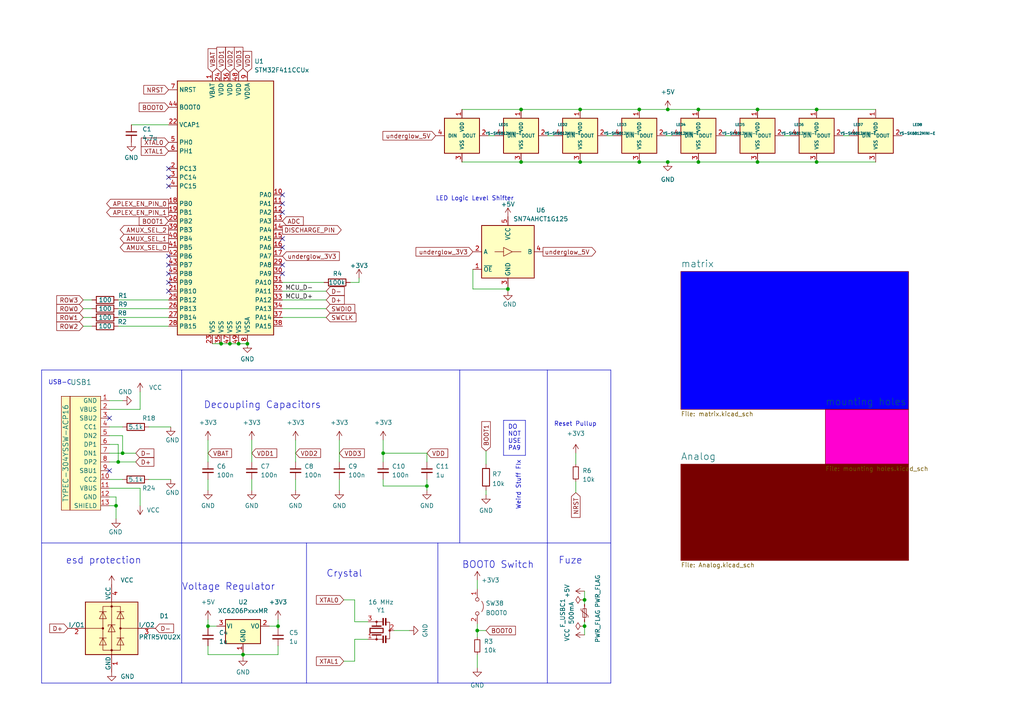
<source format=kicad_sch>
(kicad_sch (version 20230121) (generator eeschema)
  (paper "A4")
  (lib_symbols
    (symbol "Device:C_Small" (pin_numbers hide) (pin_names (offset 0.254) hide)
      (property "Reference" "C" (at 0.254 1.778 0))
      (property "Value" "C_Small" (at 0.254 -2.032 0))
      (symbol "C_Small_0_1"
        (polyline (pts (xy -1.524 -0.508) (xy 1.524 -0.508)) (stroke (width 0.3302)))
        (polyline (pts (xy -1.524 0.508) (xy 1.524 0.508)) (stroke (width 0.3048)))
      )
      (symbol "C_Small_1_1"
        (pin passive line (at 0 2.54 270) (length 2.032) (name "~") (number "1"))
        (pin passive line (at 0 -2.54 90) (length 2.032) (name "~") (number "2"))
      )
    )
    (symbol "Device:Polyfuse_Small" (pin_numbers hide) (pin_names (offset 0))
      (property "Reference" "F" (at -1.905 0 90))
      (property "Value" "Polyfuse_Small" (at 1.905 0 90))
      (symbol "Polyfuse_Small_0_1"
        (rectangle (start -0.508 1.27) (end 0.508 -1.27))
        (polyline (pts (xy 0 2.54) (xy 0 -2.54)))
        (polyline (pts (xy -1.016 1.27) (xy -1.016 0.762) (xy 1.016 -0.762) (xy 1.016 -1.27)))
      )
      (symbol "Polyfuse_Small_1_1"
        (pin passive line (at 0 2.54 270) (length 0.635) (name "~") (number "1"))
        (pin passive line (at 0 -2.54 90) (length 0.635) (name "~") (number "2"))
      )
    )
    (symbol "Device:R" (pin_numbers hide) (pin_names (offset 0))
      (property "Reference" "R" (at 2.032 0 90))
      (property "Value" "R" (at 0 0 90))
      (symbol "R_0_1"
        (rectangle (start -1.016 -2.54) (end 1.016 2.54) (stroke (width 0.254)))
      )
      (symbol "R_1_1"
        (pin passive line (at 0 3.81 270) (length 1.27) (name "~") (number "1"))
        (pin passive line (at 0 -3.81 90) (length 1.27) (name "~") (number "2"))
      )
    )
    (symbol "Device:R_Small" (pin_numbers hide) (pin_names (offset 0.254) hide)
      (property "Reference" "R" (at 0.762 0.508 0))
      (property "Value" "R_Small" (at 0.762 -1.016 0))
      (symbol "R_Small_0_1"
        (rectangle (start -0.762 1.778) (end 0.762 -1.778) (stroke (width 0.2032)))
      )
      (symbol "R_Small_1_1"
        (pin passive line (at 0 2.54 270) (length 0.762) (name "~") (number "1"))
        (pin passive line (at 0 -2.54 90) (length 0.762) (name "~") (number "2"))
      )
    )
    (symbol "Device:Resonator_Small" (pin_names (offset 1.016) hide)
      (property "Reference" "Y" (at 3.175 1.905 0))
      (property "Value" "Resonator_Small" (at 3.175 0 0))
      (symbol "Resonator_Small_0_1"
        (rectangle (start -3.556 -2.54) (end -1.524 -2.794) (fill (type outline)))
        (rectangle (start -3.556 -1.778) (end -1.524 -2.032) (fill (type outline)))
        (circle (center -2.54 0) (radius 0.254) (fill (type outline)))
        (rectangle (start -0.635 1.905) (end 0.635 -1.905) (stroke (width 0.3048)))
        (circle (center 0 -3.81) (radius 0.254) (fill (type outline)))
        (polyline (pts (xy -2.54 -1.778) (xy -2.54 0)))
        (polyline (pts (xy -2.54 0) (xy -1.397 0)))
        (polyline (pts (xy -2.54 1.27) (xy -2.54 0)))
        (polyline (pts (xy -1.27 -1.27) (xy -1.27 1.27)) (stroke (width 0.381)))
        (polyline (pts (xy 1.27 -1.27) (xy 1.27 1.27)) (stroke (width 0.381)))
        (polyline (pts (xy 1.27 0) (xy 2.54 0)))
        (polyline (pts (xy 2.54 0) (xy 2.54 -1.778)))
        (polyline (pts (xy 2.54 1.27) (xy 2.54 0)))
        (polyline (pts (xy 2.413 -2.794) (xy 2.413 -3.81) (xy -2.413 -3.81) (xy -2.413 -2.667)))
        (rectangle (start 1.524 -2.54) (end 3.556 -2.794) (fill (type outline)))
        (rectangle (start 1.524 -1.778) (end 3.556 -2.032) (fill (type outline)))
        (circle (center 2.54 0) (radius 0.254) (fill (type outline)))
      )
      (symbol "Resonator_Small_1_1"
        (pin passive line (at -2.54 2.54 270) (length 1.27) (name "1") (number "1"))
        (pin passive line (at 0 -5.08 90) (length 1.27) (name "2") (number "2"))
        (pin passive line (at 2.54 2.54 270) (length 1.27) (name "3") (number "3"))
      )
    )
    (symbol "GND_1" (power) (pin_names (offset 0))
      (property "Value" "GND_1" (at 0 -3.81 0))
      (symbol "GND_1_0_1"
        (polyline (pts (xy 0 0) (xy 0 -1.27) (xy 1.27 -1.27) (xy 0 -2.54) (xy -1.27 -1.27) (xy 0 -1.27)))
      )
      (symbol "GND_1_1_1"
        (pin power_in line (at 0 0 270) (length 0) hide (name "GND") (number "1"))
      )
    )
    (symbol "Jumper:Jumper_2_Open" (pin_names (offset 0) hide)
      (property "Reference" "JP" (at 0 2.794 0))
      (property "Value" "Jumper_2_Open" (at 0 -2.286 0))
      (symbol "Jumper_2_Open_0_0"
        (circle (center -2.032 0) (radius 0.508))
        (circle (center 2.032 0) (radius 0.508))
      )
      (symbol "Jumper_2_Open_0_1"
        (arc (start 1.524 1.27) (mid 0 1.778) (end -1.524 1.27))
      )
      (symbol "Jumper_2_Open_1_1"
        (pin passive line (at -5.08 0 0) (length 2.54) (name "A") (number "1"))
        (pin passive line (at 5.08 0 180) (length 2.54) (name "B") (number "2"))
      )
    )
    (symbol "MCU_ST_STM32F4:STM32F411CCUx"
      (property "Reference" "U" (at -15.24 36.83 0))
      (property "Value" "STM32F411CCUx" (at 7.62 36.83 0))
      (symbol "STM32F411CCUx_0_1"
        (rectangle (start -15.24 -38.1) (end 12.7 35.56) (stroke (width 0.254)) (fill (type background)))
      )
      (symbol "STM32F411CCUx_1_1"
        (pin power_in line (at -5.08 38.1 270) (length 2.54) (name "VBAT") (number "1"))
        (pin bidirectional line (at 15.24 2.54 180) (length 2.54) (name "PA0") (number "10"))
        (pin bidirectional line (at 15.24 0 180) (length 2.54) (name "PA1") (number "11"))
        (pin bidirectional line (at 15.24 -2.54 180) (length 2.54) (name "PA2") (number "12"))
        (pin bidirectional line (at 15.24 -5.08 180) (length 2.54) (name "PA3") (number "13"))
        (pin bidirectional line (at 15.24 -7.62 180) (length 2.54) (name "PA4") (number "14"))
        (pin bidirectional line (at 15.24 -10.16 180) (length 2.54) (name "PA5") (number "15"))
        (pin bidirectional line (at 15.24 -12.7 180) (length 2.54) (name "PA6") (number "16"))
        (pin bidirectional line (at 15.24 -15.24 180) (length 2.54) (name "PA7") (number "17"))
        (pin bidirectional line (at -17.78 0 0) (length 2.54) (name "PB0") (number "18"))
        (pin bidirectional line (at -17.78 -2.54 0) (length 2.54) (name "PB1") (number "19"))
        (pin bidirectional line (at -17.78 10.16 0) (length 2.54) (name "PC13") (number "2"))
        (pin bidirectional line (at -17.78 -5.08 0) (length 2.54) (name "PB2") (number "20"))
        (pin bidirectional line (at -17.78 -25.4 0) (length 2.54) (name "PB10") (number "21"))
        (pin power_in line (at -17.78 22.86 0) (length 2.54) (name "VCAP1") (number "22"))
        (pin power_in line (at -5.08 -40.64 90) (length 2.54) (name "VSS") (number "23"))
        (pin power_in line (at -2.54 38.1 270) (length 2.54) (name "VDD") (number "24"))
        (pin bidirectional line (at -17.78 -27.94 0) (length 2.54) (name "PB12") (number "25"))
        (pin bidirectional line (at -17.78 -30.48 0) (length 2.54) (name "PB13") (number "26"))
        (pin bidirectional line (at -17.78 -33.02 0) (length 2.54) (name "PB14") (number "27"))
        (pin bidirectional line (at -17.78 -35.56 0) (length 2.54) (name "PB15") (number "28"))
        (pin bidirectional line (at 15.24 -17.78 180) (length 2.54) (name "PA8") (number "29"))
        (pin bidirectional line (at -17.78 7.62 0) (length 2.54) (name "PC14") (number "3"))
        (pin bidirectional line (at 15.24 -20.32 180) (length 2.54) (name "PA9") (number "30"))
        (pin bidirectional line (at 15.24 -22.86 180) (length 2.54) (name "PA10") (number "31"))
        (pin bidirectional line (at 15.24 -25.4 180) (length 2.54) (name "PA11") (number "32"))
        (pin bidirectional line (at 15.24 -27.94 180) (length 2.54) (name "PA12") (number "33"))
        (pin bidirectional line (at 15.24 -30.48 180) (length 2.54) (name "PA13") (number "34"))
        (pin power_in line (at -2.54 -40.64 90) (length 2.54) (name "VSS") (number "35"))
        (pin power_in line (at 0 38.1 270) (length 2.54) (name "VDD") (number "36"))
        (pin bidirectional line (at 15.24 -33.02 180) (length 2.54) (name "PA14") (number "37"))
        (pin bidirectional line (at 15.24 -35.56 180) (length 2.54) (name "PA15") (number "38"))
        (pin bidirectional line (at -17.78 -7.62 0) (length 2.54) (name "PB3") (number "39"))
        (pin bidirectional line (at -17.78 5.08 0) (length 2.54) (name "PC15") (number "4"))
        (pin bidirectional line (at -17.78 -10.16 0) (length 2.54) (name "PB4") (number "40"))
        (pin bidirectional line (at -17.78 -12.7 0) (length 2.54) (name "PB5") (number "41"))
        (pin bidirectional line (at -17.78 -15.24 0) (length 2.54) (name "PB6") (number "42"))
        (pin bidirectional line (at -17.78 -17.78 0) (length 2.54) (name "PB7") (number "43"))
        (pin input line (at -17.78 27.94 0) (length 2.54) (name "BOOT0") (number "44"))
        (pin bidirectional line (at -17.78 -20.32 0) (length 2.54) (name "PB8") (number "45"))
        (pin bidirectional line (at -17.78 -22.86 0) (length 2.54) (name "PB9") (number "46"))
        (pin power_in line (at 0 -40.64 90) (length 2.54) (name "VSS") (number "47"))
        (pin power_in line (at 2.54 38.1 270) (length 2.54) (name "VDD") (number "48"))
        (pin power_in line (at 2.54 -40.64 90) (length 2.54) (name "VSS") (number "49"))
        (pin input line (at -17.78 17.78 0) (length 2.54) (name "PH0") (number "5"))
        (pin input line (at -17.78 15.24 0) (length 2.54) (name "PH1") (number "6"))
        (pin input line (at -17.78 33.02 0) (length 2.54) (name "NRST") (number "7"))
        (pin power_in line (at 5.08 -40.64 90) (length 2.54) (name "VSSA") (number "8"))
        (pin power_in line (at 5.08 38.1 270) (length 2.54) (name "VDDA") (number "9"))
      )
    )
    (symbol "Power_Protection:PRTR5V0U2X" (pin_names (offset 0))
      (property "Reference" "D" (at 2.794 8.636 0))
      (property "Value" "PRTR5V0U2X" (at 8.128 -9.398 0))
      (symbol "PRTR5V0U2X_0_1"
        (rectangle (start -7.62 -7.62) (end 7.62 7.62) (stroke (width 0.254)) (fill (type background)))
        (circle (center -2.54 0) (radius 0.254) (fill (type outline)))
        (rectangle (start -2.54 6.35) (end 2.54 -6.35))
        (circle (center 0 -6.35) (radius 0.254) (fill (type outline)))
        (polyline (pts (xy -2.54 0) (xy -7.62 0)))
        (polyline (pts (xy -1.524 -2.794) (xy -3.556 -2.794)))
        (polyline (pts (xy -1.524 4.826) (xy -3.556 4.826)))
        (polyline (pts (xy 0 -7.62) (xy 0 7.62)))
        (polyline (pts (xy 1.524 -2.794) (xy 3.556 -2.794)))
        (polyline (pts (xy 1.524 4.826) (xy 3.556 4.826)))
        (polyline (pts (xy 2.54 0) (xy 7.62 0)))
        (polyline (pts (xy 1.016 1.016) (xy -1.016 1.016) (xy -1.016 0.508)))
        (polyline (pts (xy -3.556 -4.826) (xy -1.524 -4.826) (xy -2.54 -2.794) (xy -3.556 -4.826)))
        (polyline (pts (xy -3.556 2.794) (xy -1.524 2.794) (xy -2.54 4.826) (xy -3.556 2.794)))
        (polyline (pts (xy -1.016 -1.016) (xy 1.016 -1.016) (xy 0 1.016) (xy -1.016 -1.016)))
        (polyline (pts (xy 3.556 -4.826) (xy 1.524 -4.826) (xy 2.54 -2.794) (xy 3.556 -4.826)))
        (polyline (pts (xy 3.556 2.794) (xy 1.524 2.794) (xy 2.54 4.826) (xy 3.556 2.794)))
        (circle (center 0 6.35) (radius 0.254) (fill (type outline)))
        (circle (center 2.54 0) (radius 0.254) (fill (type outline)))
      )
      (symbol "PRTR5V0U2X_1_1"
        (pin passive line (at 0 -12.7 90) (length 5.08) (name "GND") (number "1"))
        (pin passive line (at -12.7 0 0) (length 5.08) (name "I/O1") (number "2"))
        (pin passive line (at 12.7 0 180) (length 5.08) (name "I/O2") (number "3"))
        (pin passive line (at 0 12.7 270) (length 5.08) (name "VCC") (number "4"))
      )
    )
    (symbol "Regulator_Linear:XC6206PxxxMR" (pin_names (offset 0.254))
      (property "Reference" "U" (at -3.81 3.175 0))
      (property "Value" "XC6206PxxxMR" (at 0 3.175 0))
      (symbol "XC6206PxxxMR_0_1"
        (rectangle (start -5.08 1.905) (end 5.08 -5.08) (stroke (width 0.254)) (fill (type background)))
      )
      (symbol "XC6206PxxxMR_1_1"
        (pin power_in line (at 0 -7.62 90) (length 2.54) (name "GND") (number "1"))
        (pin power_out line (at 7.62 0 180) (length 2.54) (name "VO") (number "2"))
        (pin power_in line (at -7.62 0 0) (length 2.54) (name "VI") (number "3"))
      )
    )
    (symbol "cipulot_parts:SN74AHCT1G125"
      (property "Reference" "U" (at -6.35 11.43 0))
      (property "Value" "SN74AHCT1G125" (at 3.81 11.43 0))
      (symbol "SN74AHCT1G125_0_1"
        (rectangle (start -7.62 10.16) (end 7.62 -5.08) (stroke (width 0.254)) (fill (type background)))
        (polyline (pts (xy -3.81 2.54) (xy -1.27 2.54)))
        (polyline (pts (xy 3.81 2.54) (xy 1.27 2.54)))
        (polyline (pts (xy -1.27 1.27) (xy -1.27 3.81) (xy 1.27 2.54) (xy -1.27 1.27)))
      )
      (symbol "SN74AHCT1G125_1_1"
        (pin input line (at -10.16 -2.54 0) (length 2.54) (name "~{OE}") (number "1"))
        (pin input line (at -10.16 2.54 0) (length 2.54) (name "A") (number "2"))
        (pin power_in line (at 0 -7.62 90) (length 2.54) (name "GND") (number "3"))
        (pin output line (at 10.16 2.54 180) (length 2.54) (name "B") (number "4"))
        (pin power_in line (at 0 12.7 270) (length 2.54) (name "VCC") (number "5"))
      )
    )
    (symbol "cipulot_parts:TYPEC-304YSSW-ACP16" (pin_names (offset 1.016))
      (property "Reference" "USB" (at -5.08 16.51 0))
      (property "Value" "TYPEC-304YSSW-ACP16" (at -10.16 -1.27 90))
      (symbol "TYPEC-304YSSW-ACP16_0_1"
        (rectangle (start -11.43 15.24) (end -8.89 -17.78) (fill (type background)))
        (rectangle (start 0 -17.78) (end -8.89 15.24) (fill (type background)))
      )
      (symbol "TYPEC-304YSSW-ACP16_1_1"
        (pin input line (at 2.54 13.97 180) (length 2.54) (name "GND") (number "1"))
        (pin input line (at 2.54 -8.89 180) (length 2.54) (name "CC2") (number "10"))
        (pin input line (at 2.54 -11.43 180) (length 2.54) (name "VBUS") (number "11"))
        (pin input line (at 2.54 -13.97 180) (length 2.54) (name "GND") (number "12"))
        (pin input line (at 2.54 -16.51 180) (length 2.54) (name "SHIELD") (number "13"))
        (pin input line (at 2.54 11.43 180) (length 2.54) (name "VBUS") (number "2"))
        (pin input line (at 2.54 8.89 180) (length 2.54) (name "SBU2") (number "3"))
        (pin input line (at 2.54 6.35 180) (length 2.54) (name "CC1") (number "4"))
        (pin input line (at 2.54 3.81 180) (length 2.54) (name "DN2") (number "5"))
        (pin input line (at 2.54 1.27 180) (length 2.54) (name "DP1") (number "6"))
        (pin input line (at 2.54 -1.27 180) (length 2.54) (name "DN1") (number "7"))
        (pin input line (at 2.54 -3.81 180) (length 2.54) (name "DP2") (number "8"))
        (pin input line (at 2.54 -6.35 180) (length 2.54) (name "SBU1") (number "9"))
      )
    )
    (symbol "kbd:YS-SK6812MINI-E" (pin_names (offset 1.016))
      (property "Reference" "LED" (at 2.54 -7.62 0))
      (property "Value" "YS-SK6812MINI-E" (at 6.35 -6.35 0))
      (symbol "YS-SK6812MINI-E_0_1"
        (rectangle (start -5.08 5.08) (end 5.08 -5.08) (stroke (width 0.254)) (fill (type background)))
      )
      (symbol "YS-SK6812MINI-E_1_1"
        (pin power_in line (at 0 7.62 270) (length 2.54) (name "VDD") (number "1"))
        (pin output line (at 7.62 0 180) (length 2.54) (name "DOUT") (number "2"))
        (pin power_in line (at 0 -7.62 90) (length 2.54) (name "VSS") (number "3"))
        (pin input line (at -7.62 0 0) (length 2.54) (name "DIN") (number "4"))
      )
    )
    (symbol "power:+3.3V" (power) (pin_names (offset 0))
      (property "Value" "+3.3V" (at 0 3.556 0))
      (symbol "+3.3V_0_1"
        (polyline (pts (xy -0.762 1.27) (xy 0 2.54)))
        (polyline (pts (xy 0 0) (xy 0 2.54)))
        (polyline (pts (xy 0 2.54) (xy 0.762 1.27)))
      )
      (symbol "+3.3V_1_1"
        (pin power_in line (at 0 0 90) (length 0) hide (name "+3V3") (number "1"))
      )
    )
    (symbol "power:+3V3" (power) (pin_names (offset 0))
      (property "Value" "+3V3" (at 0 3.556 0))
      (symbol "+3V3_0_1"
        (polyline (pts (xy -0.762 1.27) (xy 0 2.54)))
        (polyline (pts (xy 0 0) (xy 0 2.54)))
        (polyline (pts (xy 0 2.54) (xy 0.762 1.27)))
      )
      (symbol "+3V3_1_1"
        (pin power_in line (at 0 0 90) (length 0) hide (name "+3V3") (number "1"))
      )
    )
    (symbol "power:+5V" (power) (pin_names (offset 0))
      (property "Value" "+5V" (at 0 3.556 0))
      (symbol "+5V_0_1"
        (polyline (pts (xy -0.762 1.27) (xy 0 2.54)))
        (polyline (pts (xy 0 0) (xy 0 2.54)))
        (polyline (pts (xy 0 2.54) (xy 0.762 1.27)))
      )
      (symbol "+5V_1_1"
        (pin power_in line (at 0 0 90) (length 0) hide (name "+5V") (number "1"))
      )
    )
    (symbol "power:GND" (power) (pin_names (offset 0))
      (property "Value" "GND" (at 0 -3.81 0))
      (symbol "GND_0_1"
        (polyline (pts (xy 0 0) (xy 0 -1.27) (xy 1.27 -1.27) (xy 0 -2.54) (xy -1.27 -1.27) (xy 0 -1.27)))
      )
      (symbol "GND_1_1"
        (pin power_in line (at 0 0 270) (length 0) hide (name "GND") (number "1"))
      )
    )
    (symbol "power:PWR_FLAG" (power) (pin_numbers hide) (pin_names (offset 0) hide)
      (property "Value" "PWR_FLAG" (at 0 3.81 0))
      (symbol "PWR_FLAG_0_0"
        (pin power_out line (at 0 0 90) (length 0) (name "pwr") (number "1"))
      )
      (symbol "PWR_FLAG_0_1"
        (polyline (pts (xy 0 0) (xy 0 1.27) (xy -1.016 1.905) (xy 0 2.54) (xy 1.016 1.905) (xy 0 1.27)))
      )
    )
    (symbol "power:VCC" (power) (pin_names (offset 0))
      (property "Value" "VCC" (at 0 3.81 0))
      (symbol "VCC_0_1"
        (polyline (pts (xy -0.762 1.27) (xy 0 2.54)))
        (polyline (pts (xy 0 0) (xy 0 2.54)))
        (polyline (pts (xy 0 2.54) (xy 0.762 1.27)))
      )
      (symbol "VCC_1_1"
        (pin power_in line (at 0 0 90) (length 0) hide (name "VCC") (number "1"))
      )
    )
  )
  (junction (at 219.71 46.99))
  (junction (at 169.545 173.99))
  (junction (at 147.32 83.82))
  (junction (at 66.675 99.695))
  (junction (at 111.125 131.445))
  (junction (at 69.215 99.695))
  (junction (at 202.565 31.75))
  (junction (at 168.275 46.99))
  (junction (at 34.29 133.985))
  (junction (at 219.71 31.75))
  (junction (at 60.325 181.61))
  (junction (at 185.42 46.99))
  (junction (at 193.675 31.75))
  (junction (at 169.545 181.61))
  (junction (at 168.275 31.75))
  (junction (at 33.655 146.685))
  (junction (at 64.135 99.695))
  (junction (at 138.43 182.88))
  (junction (at 236.855 46.99))
  (junction (at 193.675 46.99))
  (junction (at 35.56 131.445))
  (junction (at 70.485 189.865))
  (junction (at 151.13 46.99))
  (junction (at 71.755 99.695))
  (junction (at 80.645 181.61))
  (junction (at 123.825 140.97))
  (junction (at 202.565 46.99))
  (junction (at 185.42 31.75))
  (junction (at 236.855 31.75))
  (junction (at 151.13 31.75))
  (no_connect (at 81.915 56.515))
  (no_connect (at 81.915 59.055))
  (no_connect (at 48.895 74.295))
  (no_connect (at 48.895 48.895))
  (no_connect (at 48.895 51.435))
  (no_connect (at 48.895 53.975))
  (no_connect (at 81.915 76.835))
  (no_connect (at 48.895 79.375))
  (no_connect (at 81.915 79.375))
  (no_connect (at 48.895 81.915))
  (no_connect (at 81.915 69.215))
  (no_connect (at 81.915 61.595))
  (no_connect (at 31.75 136.525))
  (no_connect (at 81.915 71.755))
  (no_connect (at 48.895 84.455))
  (no_connect (at 48.895 76.835))
  (no_connect (at 31.75 121.285))
  (wire (pts (xy 70.485 189.23) (xy 70.485 189.865)))
  (polyline (pts (xy 146.05 132.08) (xy 152.4 132.08)))
  (wire (pts (xy 102.87 191.77) (xy 102.87 185.42)))
  (wire (pts (xy 202.565 46.99) (xy 219.71 46.99)))
  (wire (pts (xy 168.275 46.99) (xy 185.42 46.99)))
  (wire (pts (xy 70.485 189.865) (xy 70.485 190.5)))
  (wire (pts (xy 31.75 128.905) (xy 34.29 128.905)))
  (wire (pts (xy 24.13 89.535) (xy 26.67 89.535)))
  (wire (pts (xy 33.655 144.145) (xy 33.655 146.685)))
  (wire (pts (xy 102.87 185.42) (xy 106.68 185.42)))
  (wire (pts (xy 167.005 131.445) (xy 167.005 134.62)))
  (wire (pts (xy 34.29 86.995) (xy 48.895 86.995)))
  (wire (pts (xy 123.825 140.97) (xy 123.825 142.24)))
  (wire (pts (xy 133.985 46.99) (xy 151.13 46.99)))
  (wire (pts (xy 81.915 89.535) (xy 94.615 89.535)))
  (polyline (pts (xy 177.165 198.12) (xy 12.065 198.12)))
  (polyline (pts (xy 133.35 107.315) (xy 133.35 157.48)))
  (wire (pts (xy 34.29 128.905) (xy 34.29 133.985)))
  (wire (pts (xy 133.985 31.75) (xy 151.13 31.75)))
  (wire (pts (xy 169.545 181.61) (xy 169.545 180.34)))
  (polyline (pts (xy 12.065 157.48) (xy 177.165 157.48)))
  (wire (pts (xy 137.16 83.82) (xy 147.32 83.82)))
  (wire (pts (xy 81.915 92.075) (xy 94.615 92.075)))
  (wire (pts (xy 40.64 118.745) (xy 40.64 113.665)))
  (wire (pts (xy 81.915 84.455) (xy 94.615 84.455)))
  (wire (pts (xy 236.855 46.99) (xy 254 46.99)))
  (wire (pts (xy 31.75 141.605) (xy 40.64 141.605)))
  (wire (pts (xy 60.325 182.245) (xy 60.325 181.61)))
  (wire (pts (xy 111.125 140.97) (xy 123.825 140.97)))
  (wire (pts (xy 40.64 141.605) (xy 40.64 146.685)))
  (wire (pts (xy 185.42 31.75) (xy 193.675 31.75)))
  (polyline (pts (xy 12.065 107.315) (xy 12.065 198.12)))
  (wire (pts (xy 202.565 31.75) (xy 219.71 31.75)))
  (wire (pts (xy 78.105 181.61) (xy 80.645 181.61)))
  (wire (pts (xy 123.825 131.445) (xy 123.825 133.985)))
  (wire (pts (xy 141.605 39.37) (xy 143.51 39.37)))
  (wire (pts (xy 93.98 81.915) (xy 81.915 81.915)))
  (wire (pts (xy 104.14 81.915) (xy 104.14 80.645)))
  (wire (pts (xy 69.215 99.695) (xy 71.755 99.695)))
  (wire (pts (xy 70.485 189.865) (xy 80.645 189.865)))
  (wire (pts (xy 34.29 94.615) (xy 48.895 94.615)))
  (wire (pts (xy 193.675 31.75) (xy 202.565 31.75)))
  (wire (pts (xy 60.325 139.065) (xy 60.325 142.24)))
  (wire (pts (xy 175.895 39.37) (xy 177.8 39.37)))
  (wire (pts (xy 31.75 123.825) (xy 35.56 123.825)))
  (wire (pts (xy 111.125 131.445) (xy 111.125 133.985)))
  (wire (pts (xy 34.29 89.535) (xy 48.895 89.535)))
  (wire (pts (xy 80.645 189.865) (xy 80.645 187.325)))
  (wire (pts (xy 85.725 127.635) (xy 85.725 133.985)))
  (wire (pts (xy 106.68 180.34) (xy 102.87 180.34)))
  (wire (pts (xy 73.025 127.635) (xy 73.025 133.985)))
  (wire (pts (xy 35.56 131.445) (xy 39.37 131.445)))
  (wire (pts (xy 140.97 130.81) (xy 140.97 134.62)))
  (polyline (pts (xy 52.705 107.315) (xy 52.705 198.12)))
  (wire (pts (xy 60.325 127.635) (xy 60.325 133.985)))
  (wire (pts (xy 31.75 131.445) (xy 35.56 131.445)))
  (wire (pts (xy 185.42 46.99) (xy 193.675 46.99)))
  (wire (pts (xy 219.71 46.99) (xy 236.855 46.99)))
  (wire (pts (xy 138.43 189.865) (xy 138.43 193.675)))
  (wire (pts (xy 43.18 123.825) (xy 49.53 123.825)))
  (wire (pts (xy 151.13 31.75) (xy 168.275 31.75)))
  (wire (pts (xy 98.425 139.065) (xy 98.425 142.24)))
  (wire (pts (xy 158.75 39.37) (xy 160.655 39.37)))
  (wire (pts (xy 99.695 173.99) (xy 102.87 173.99)))
  (wire (pts (xy 227.33 39.37) (xy 229.235 39.37)))
  (wire (pts (xy 33.655 146.685) (xy 33.655 150.495)))
  (wire (pts (xy 31.75 118.745) (xy 40.64 118.745)))
  (wire (pts (xy 111.125 127.635) (xy 111.125 131.445)))
  (wire (pts (xy 80.645 181.61) (xy 80.645 179.705)))
  (wire (pts (xy 193.675 46.99) (xy 202.565 46.99)))
  (wire (pts (xy 61.595 99.695) (xy 64.135 99.695)))
  (wire (pts (xy 99.695 191.77) (xy 102.87 191.77)))
  (wire (pts (xy 111.125 131.445) (xy 123.825 131.445)))
  (wire (pts (xy 138.43 180.975) (xy 138.43 182.88)))
  (wire (pts (xy 147.32 83.82) (xy 147.32 83.185)))
  (wire (pts (xy 169.545 175.26) (xy 169.545 173.99)))
  (wire (pts (xy 24.13 86.995) (xy 26.67 86.995)))
  (wire (pts (xy 151.13 46.99) (xy 168.275 46.99)))
  (polyline (pts (xy 158.75 157.48) (xy 158.75 198.12)))
  (wire (pts (xy 123.825 139.065) (xy 123.825 140.97)))
  (wire (pts (xy 64.135 99.695) (xy 66.675 99.695)))
  (wire (pts (xy 111.125 139.065) (xy 111.125 140.97)))
  (wire (pts (xy 31.75 126.365) (xy 35.56 126.365)))
  (wire (pts (xy 81.915 86.995) (xy 94.615 86.995)))
  (wire (pts (xy 31.75 116.205) (xy 35.56 116.205)))
  (wire (pts (xy 73.025 139.065) (xy 73.025 142.24)))
  (wire (pts (xy 31.75 139.065) (xy 35.56 139.065)))
  (wire (pts (xy 102.87 180.34) (xy 102.87 173.99)))
  (wire (pts (xy 244.475 39.37) (xy 246.38 39.37)))
  (wire (pts (xy 60.325 189.865) (xy 60.325 187.325)))
  (wire (pts (xy 147.32 84.455) (xy 147.32 83.82)))
  (wire (pts (xy 66.675 99.695) (xy 69.215 99.695)))
  (wire (pts (xy 24.13 92.075) (xy 26.67 92.075)))
  (wire (pts (xy 137.16 78.105) (xy 137.16 83.82)))
  (wire (pts (xy 138.43 182.88) (xy 138.43 184.785)))
  (polyline (pts (xy 152.4 132.08) (xy 152.4 121.92)))
  (wire (pts (xy 193.04 39.37) (xy 194.945 39.37)))
  (wire (pts (xy 98.425 127.635) (xy 98.425 133.985)))
  (wire (pts (xy 138.43 182.88) (xy 140.97 182.88)))
  (wire (pts (xy 101.6 81.915) (xy 104.14 81.915)))
  (wire (pts (xy 140.97 142.24) (xy 140.97 143.51)))
  (polyline (pts (xy 12.065 107.315) (xy 177.165 107.315)))
  (wire (pts (xy 31.75 144.145) (xy 33.655 144.145)))
  (wire (pts (xy 80.645 181.61) (xy 80.645 182.245)))
  (wire (pts (xy 219.71 31.75) (xy 236.855 31.75)))
  (wire (pts (xy 169.545 173.99) (xy 169.545 171.45)))
  (wire (pts (xy 38.1 36.195) (xy 48.895 36.195)))
  (polyline (pts (xy 146.05 121.92) (xy 146.05 132.08)))
  (wire (pts (xy 48.895 92.075) (xy 34.29 92.075)))
  (wire (pts (xy 70.485 189.865) (xy 60.325 189.865)))
  (wire (pts (xy 24.13 94.615) (xy 26.67 94.615)))
  (polyline (pts (xy 158.75 107.315) (xy 158.75 157.48)))
  (wire (pts (xy 60.325 181.61) (xy 62.865 181.61)))
  (wire (pts (xy 168.275 31.75) (xy 185.42 31.75)))
  (polyline (pts (xy 146.05 121.92) (xy 152.4 121.92)))
  (polyline (pts (xy 88.9 157.48) (xy 88.9 198.12)))
  (wire (pts (xy 33.655 146.685) (xy 31.75 146.685)))
  (wire (pts (xy 34.29 133.985) (xy 39.37 133.985)))
  (wire (pts (xy 210.185 39.37) (xy 212.09 39.37)))
  (wire (pts (xy 236.855 31.75) (xy 254 31.75)))
  (wire (pts (xy 169.545 184.15) (xy 169.545 181.61)))
  (wire (pts (xy 138.43 168.275) (xy 138.43 170.815)))
  (wire (pts (xy 43.18 139.065) (xy 49.53 139.065)))
  (wire (pts (xy 60.325 181.61) (xy 60.325 179.705)))
  (wire (pts (xy 167.005 139.7) (xy 167.005 142.875)))
  (wire (pts (xy 35.56 126.365) (xy 35.56 131.445)))
  (polyline (pts (xy 127 157.48) (xy 127 198.12)))
  (wire (pts (xy 85.725 139.065) (xy 85.725 142.24)))
  (wire (pts (xy 114.3 182.88) (xy 118.745 182.88)))
  (polyline (pts (xy 177.165 107.315) (xy 177.165 198.12)))
  (wire (pts (xy 31.75 133.985) (xy 34.29 133.985)))
  (text "Weird Stuff FIx" (at 151.13 147.955 90) (effects (font (size 1.27 1.27)) (justify left bottom)))
  (text "BOOT0 Switch" (at 133.985 165.1 0) (effects (font (size 2 2)) (justify left bottom)))
  (text "USB-C" (at 13.97 111.76 0) (effects (font (size 1.27 1.27)) (justify left bottom)))
  (text "Voltage Regulator" (at 52.705 171.45 0) (effects (font (size 2 2)) (justify left bottom)))
  (text "Reset Pullup" (at 160.655 123.825 0) (effects (font (size 1.27 1.27)) (justify left bottom)))
  (text "LED Logic Level Shifter" (at 126.365 58.42 0) (effects (font (size 1.27 1.27)) (justify left bottom)))
  (text "esd protection\n" (at 19.05 163.83 0) (effects (font (size 2 2)) (justify left bottom)))
  (text "DO\nNOT\nUSE\nPA9\n" (at 147.32 130.81 0) (effects (font (size 1.27 1.27)) (justify left bottom)))
  (text "Fuze\n" (at 161.925 163.83 0) (effects (font (size 2 2)) (justify left bottom)))
  (text "Crystal" (at 94.615 167.64 0) (effects (font (size 2 2)) (justify left bottom)))
  (text "Decoupling Capacitors" (at 59.055 118.745 0) (effects (font (size 2 2)) (justify left bottom)))
  (label "MCU_D-" (at 90.805 84.455 180))
  (label "MCU_D+" (at 90.805 86.995 180))
  (global_label "XTAL1" (shape input) (at 99.695 191.77 180) (property "Intersheetrefs" "${INTERSHEET_REFS}" (effects hide)))
  (global_label "VDD" (shape input) (at 123.825 131.445 0) (property "Intersheetrefs" "${INTERSHEET_REFS}" (effects hide)))
  (global_label "VDD2" (shape input) (at 66.675 20.955 90) (property "Intersheetrefs" "${INTERSHEET_REFS}" (effects hide)))
  (global_label "ROW0" (shape input) (at 24.13 89.535 180) (property "Intersheetrefs" "${INTERSHEET_REFS}" (effects hide)))
  (global_label "DISCHARGE_PIN" (shape output) (at 81.915 66.675 0) (property "Intersheetrefs" "${INTERSHEET_REFS}" (effects hide)))
  (global_label "VBAT" (shape input) (at 61.595 20.955 90) (property "Intersheetrefs" "${INTERSHEET_REFS}" (effects hide)))
  (global_label "BOOT1" (shape input) (at 48.895 64.135 180) (property "Intersheetrefs" "${INTERSHEET_REFS}" (effects hide)))
  (global_label "underglow_3V3" (shape input) (at 137.16 73.025 180) (property "Intersheetrefs" "${INTERSHEET_REFS}" (effects hide)))
  (global_label "ROW2" (shape input) (at 24.13 94.615 180) (property "Intersheetrefs" "${INTERSHEET_REFS}" (effects hide)))
  (global_label "NRST" (shape input) (at 48.895 26.035 180) (property "Intersheetrefs" "${INTERSHEET_REFS}" (effects hide)))
  (global_label "SWDIO" (shape input) (at 94.615 89.535 0) (property "Intersheetrefs" "${INTERSHEET_REFS}" (effects hide)))
  (global_label "ROW1" (shape input) (at 24.13 92.075 180) (property "Intersheetrefs" "${INTERSHEET_REFS}" (effects hide)))
  (global_label "D+" (shape input) (at 19.685 182.245 180) (property "Intersheetrefs" "${INTERSHEET_REFS}" (effects hide)))
  (global_label "NRST" (shape input) (at 167.005 142.875 270) (property "Intersheetrefs" "${INTERSHEET_REFS}" (effects hide)))
  (global_label "underglow_5V" (shape input) (at 126.365 39.37 180) (property "Intersheetrefs" "${INTERSHEET_REFS}" (effects hide)))
  (global_label "XTAL0" (shape input) (at 48.895 41.275 180) (property "Intersheetrefs" "${INTERSHEET_REFS}" (effects hide)))
  (global_label "APLEX_EN_PIN_0" (shape output) (at 48.895 59.055 180) (property "Intersheetrefs" "${INTERSHEET_REFS}" (effects hide)))
  (global_label "BOOT1" (shape input) (at 140.97 130.81 90) (property "Intersheetrefs" "${INTERSHEET_REFS}" (effects hide)))
  (global_label "AMUX_SEL_2" (shape output) (at 48.895 66.675 180) (property "Intersheetrefs" "${INTERSHEET_REFS}" (effects hide)))
  (global_label "VBAT" (shape input) (at 60.325 131.445 0) (property "Intersheetrefs" "${INTERSHEET_REFS}" (effects hide)))
  (global_label "D-" (shape input) (at 45.085 182.245 0) (property "Intersheetrefs" "${INTERSHEET_REFS}" (effects hide)))
  (global_label "APLEX_EN_PIN_1" (shape output) (at 48.895 61.595 180) (property "Intersheetrefs" "${INTERSHEET_REFS}" (effects hide)))
  (global_label "ROW3" (shape input) (at 24.13 86.995 180) (property "Intersheetrefs" "${INTERSHEET_REFS}" (effects hide)))
  (global_label "underglow_5V" (shape output) (at 157.48 73.025 0) (property "Intersheetrefs" "${INTERSHEET_REFS}" (effects hide)))
  (global_label "AMUX_SEL_0" (shape output) (at 48.895 71.755 180) (property "Intersheetrefs" "${INTERSHEET_REFS}" (effects hide)))
  (global_label "VDD1" (shape input) (at 73.025 131.445 0) (property "Intersheetrefs" "${INTERSHEET_REFS}" (effects hide)))
  (global_label "ADC" (shape input) (at 81.915 64.135 0) (property "Intersheetrefs" "${INTERSHEET_REFS}" (effects hide)))
  (global_label "XTAL1" (shape input) (at 48.895 43.815 180) (property "Intersheetrefs" "${INTERSHEET_REFS}" (effects hide)))
  (global_label "D+" (shape input) (at 94.615 86.995 0) (property "Intersheetrefs" "${INTERSHEET_REFS}" (effects hide)))
  (global_label "VDD2" (shape input) (at 85.725 131.445 0) (property "Intersheetrefs" "${INTERSHEET_REFS}" (effects hide)))
  (global_label "XTAL0" (shape input) (at 99.695 173.99 180) (property "Intersheetrefs" "${INTERSHEET_REFS}" (effects hide)))
  (global_label "VDD3" (shape input) (at 98.425 131.445 0) (property "Intersheetrefs" "${INTERSHEET_REFS}" (effects hide)))
  (global_label "SWCLK" (shape input) (at 94.615 92.075 0) (property "Intersheetrefs" "${INTERSHEET_REFS}" (effects hide)))
  (global_label "AMUX_SEL_1" (shape output) (at 48.895 69.215 180) (property "Intersheetrefs" "${INTERSHEET_REFS}" (effects hide)))
  (global_label "VDD1" (shape input) (at 64.135 20.955 90) (property "Intersheetrefs" "${INTERSHEET_REFS}" (effects hide)))
  (global_label "VDD3" (shape input) (at 69.215 20.955 90) (property "Intersheetrefs" "${INTERSHEET_REFS}" (effects hide)))
  (global_label "underglow_3V3" (shape input) (at 81.915 74.295 0) (property "Intersheetrefs" "${INTERSHEET_REFS}" (effects hide)))
  (global_label "D-" (shape input) (at 39.37 131.445 0) (property "Intersheetrefs" "${INTERSHEET_REFS}" (effects hide)))
  (global_label "BOOT0" (shape input) (at 48.895 31.115 180) (property "Intersheetrefs" "${INTERSHEET_REFS}" (effects hide)))
  (global_label "D-" (shape input) (at 94.615 84.455 0) (property "Intersheetrefs" "${INTERSHEET_REFS}" (effects hide)))
  (global_label "D+" (shape input) (at 39.37 133.985 0) (property "Intersheetrefs" "${INTERSHEET_REFS}" (effects hide)))
  (global_label "VDD" (shape input) (at 71.755 20.955 90) (property "Intersheetrefs" "${INTERSHEET_REFS}" (effects hide)))
  (global_label "BOOT0" (shape input) (at 140.97 182.88 0) (property "Intersheetrefs" "${INTERSHEET_REFS}" (effects hide)))
  (symbol (lib_id "power:GND") (at 118.745 182.88 90) (unit 1)
    (property "Reference" "#PWR0109" (effects hide))
    (property "Value" "GND" (at 123.3075 182.88 0))
  )
  (symbol (lib_id "Device:Resonator_Small") (at 109.22 182.88 90) (unit 1)
    (property "Reference" "Y1" (at 110.49 176.9618 90))
    (property "Value" "16 MHz" (at 110.49 174.6504 90))
    (property "Footprint" "Crystal:Resonator_SMD_Murata_CSTxExxV-3Pin_3.0x1.1mm" (effects hide))
    (property "LCSC" "C907975" (effects hide))
  )
  (symbol (lib_id "kbd:YS-SK6812MINI-E") (at 219.71 39.37 0) (unit 1)
    (property "Reference" "LED6" (at 231.775 36.1556 0) (effects (font (size 0.7366 0.7366))))
    (property "Value" "YS-SK6812MINI-E" (at 231.775 38.6956 0) (effects (font (size 0.7366 0.7366))))
    (property "Footprint" "CrumpPrints:WS2812-2020" (effects hide))
  )
  (symbol (lib_id "Device:R") (at 39.37 139.065 90) (unit 1)
    (property "Reference" "R24" (at 43.18 141.605 90))
    (property "Value" "5.1k" (at 39.37 139.065 90))
    (property "Footprint" "Resistor_SMD:R_0402_1005Metric" (effects hide))
    (property "LCSC" "C25905" (effects hide))
  )
  (symbol (lib_id "kbd:YS-SK6812MINI-E") (at 254 39.37 0) (unit 1)
    (property "Reference" "LED8" (at 266.065 36.1556 0) (effects (font (size 0.7366 0.7366))))
    (property "Value" "YS-SK6812MINI-E" (at 266.065 38.6956 0) (effects (font (size 0.7366 0.7366))))
    (property "Footprint" "CrumpPrints:WS2812-2020" (effects hide))
  )
  (symbol (lib_id "power:+5V") (at 60.325 179.705 0) (unit 1)
    (property "Reference" "#PWR0115" (effects hide))
    (property "Value" "+5V" (at 60.325 174.625 0))
  )
  (symbol (lib_id "power:GND") (at 123.825 142.24 0) (unit 1)
    (property "Reference" "#PWR0123" (effects hide))
    (property "Value" "GND" (at 123.825 146.685 0))
  )
  (symbol (lib_id "kbd:YS-SK6812MINI-E") (at 185.42 39.37 0) (unit 1)
    (property "Reference" "LED4" (at 197.485 36.1556 0) (effects (font (size 0.7366 0.7366))))
    (property "Value" "YS-SK6812MINI-E" (at 197.485 38.6956 0) (effects (font (size 0.7366 0.7366))))
    (property "Footprint" "CrumpPrints:WS2812-2020" (effects hide))
  )
  (symbol (lib_id "Device:C_Small") (at 123.825 136.525 0) (unit 1)
    (property "Reference" "C11" (at 126.365 135.2612 0) (effects (justify left)))
    (property "Value" "1u" (at 126.365 137.8012 0) (effects (justify left)))
    (property "Footprint" "Capacitor_SMD:C_0402_1005Metric" (effects hide))
  )
  (symbol (lib_id "kbd:YS-SK6812MINI-E") (at 151.13 39.37 0) (unit 1)
    (property "Reference" "LED2" (at 163.195 36.1556 0) (effects (font (size 0.7366 0.7366))))
    (property "Value" "YS-SK6812MINI-E" (at 163.195 38.6956 0) (effects (font (size 0.7366 0.7366))))
    (property "Footprint" "CrumpPrints:WS2812-2020" (effects hide))
  )
  (symbol (lib_id "Device:R") (at 97.79 81.915 90) (unit 1)
    (property "Reference" "R4" (at 96.52 79.375 90) (effects (justify right)))
    (property "Value" "100k" (at 95.25 81.915 90) (effects (justify right)))
    (property "Footprint" "Resistor_SMD:R_0402_1005Metric" (effects hide))
    (property "LCSC" "C25741" (effects hide))
  )
  (symbol (lib_id "power:GND") (at 38.1 41.275 0) (unit 1)
    (property "Reference" "#PWR0110" (effects hide))
    (property "Value" "GND" (at 38.1 45.72 0))
  )
  (symbol (lib_id "Device:R") (at 30.48 86.995 270) (unit 1)
    (property "Reference" "R1" (at 34.29 85.725 90) (effects (justify left)))
    (property "Value" "100" (at 28.575 86.995 90) (effects (justify left)))
    (property "Footprint" "Resistor_SMD:R_0402_1005Metric" (effects hide))
    (property "LCSC" "C25076" (effects hide))
  )
  (symbol (lib_id "power:GND") (at 35.56 116.205 90) (unit 1)
    (property "Reference" "#PWR0126" (effects hide))
    (property "Value" "GND" (at 34.29 113.665 90) (effects (justify right)))
  )
  (symbol (lib_id "Device:C_Small") (at 38.1 38.735 0) (unit 1)
    (property "Reference" "C1" (at 41.275 37.4712 0) (effects (justify left)))
    (property "Value" "4.7u" (at 41.275 40.0112 0) (effects (justify left)))
    (property "Footprint" "Capacitor_SMD:C_0402_1005Metric" (effects hide))
  )
  (symbol (lib_id "power:GND") (at 70.485 190.5 0) (unit 1)
    (property "Reference" "#PWR0111" (effects hide))
    (property "Value" "GND" (at 70.485 194.945 0))
  )
  (symbol (lib_id "power:GND") (at 140.97 143.51 0) (unit 1)
    (property "Reference" "#PWR0114" (effects hide))
    (property "Value" "GND" (at 140.97 148.0725 0))
  )
  (symbol (lib_id "power:+3V3") (at 138.43 168.275 0) (unit 1)
    (property "Reference" "#PWR01" (effects hide))
    (property "Value" "+3V3" (at 142.24 168.275 0))
  )
  (symbol (lib_id "power:+5V") (at 193.675 31.75 0) (unit 1)
    (property "Reference" "#PWR02" (effects hide))
    (property "Value" "+5V" (at 193.675 26.67 0))
  )
  (symbol (lib_id "power:GND") (at 98.425 142.24 0) (unit 1)
    (property "Reference" "#PWR0121" (effects hide))
    (property "Value" "GND" (at 98.425 146.685 0))
  )
  (symbol (lib_id "power:+3.3V") (at 104.14 80.645 0) (unit 1)
    (property "Reference" "#PWR0102" (effects hide))
    (property "Value" "+3.3V" (at 104.14 77.0405 0))
  )
  (symbol (lib_id "power:GND") (at 138.43 193.675 0) (unit 1)
    (property "Reference" "#PWR0105" (effects hide))
    (property "Value" "GND" (at 138.43 198.755 0))
  )
  (symbol (lib_id "power:VCC") (at 169.545 184.15 90) (unit 1)
    (property "Reference" "#PWR0108" (effects hide))
    (property "Value" "VCC" (at 164.465 184.15 0))
  )
  (symbol (lib_name "GND_1") (lib_id "power:GND") (at 193.675 46.99 0) (unit 1)
    (property "Reference" "#PWR03" (effects hide))
    (property "Value" "GND" (at 193.675 52.07 0))
  )
  (symbol (lib_id "kbd:YS-SK6812MINI-E") (at 133.985 39.37 0) (unit 1)
    (property "Reference" "LED1" (at 146.05 36.1556 0) (effects (font (size 0.7366 0.7366))))
    (property "Value" "YS-SK6812MINI-E" (at 146.05 38.6956 0) (effects (font (size 0.7366 0.7366))))
    (property "Footprint" "CrumpPrints:WS2812-2020" (effects hide))
  )
  (symbol (lib_id "kbd:YS-SK6812MINI-E") (at 236.855 39.37 0) (unit 1)
    (property "Reference" "LED7" (at 248.92 36.1556 0) (effects (font (size 0.7366 0.7366))))
    (property "Value" "YS-SK6812MINI-E" (at 248.92 38.6956 0) (effects (font (size 0.7366 0.7366))))
    (property "Footprint" "CrumpPrints:WS2812-2020" (effects hide))
  )
  (symbol (lib_id "Device:R_Small") (at 138.43 187.325 0) (unit 1)
    (property "Reference" "R3" (at 140.335 186.0549 0) (effects (justify left)))
    (property "Value" "10k" (at 140.335 188.5949 0) (effects (justify left)))
    (property "Footprint" "Resistor_SMD:R_0402_1005Metric" (effects hide))
  )
  (symbol (lib_id "Device:C_Small") (at 111.125 136.525 0) (unit 1)
    (property "Reference" "C10" (at 113.665 135.2612 0) (effects (justify left)))
    (property "Value" "100n" (at 113.665 137.8012 0) (effects (justify left)))
    (property "Footprint" "Capacitor_SMD:C_0402_1005Metric" (effects hide))
  )
  (symbol (lib_id "cipulot_parts:SN74AHCT1G125") (at 147.32 75.565 0) (unit 1)
    (property "Reference" "U6" (at 156.845 60.9631 0))
    (property "Value" "SN74AHCT1G125" (at 156.845 63.5 0))
    (property "Footprint" "Package_TO_SOT_SMD:SOT-23-5" (effects hide))
    (property "Datasheet" "https://www.ti.com/cn/lit/ds/symlink/sn74ahct1g125.pdf?ts=1660138492922" (effects hide))
    (property "LCSC" "C7484" (effects hide))
  )
  (symbol (lib_id "power:+3V3") (at 167.005 131.445 0) (unit 1)
    (property "Reference" "#PWR0103" (effects hide))
    (property "Value" "+3V3" (at 167.005 125.73 0))
  )
  (symbol (lib_id "power:VCC") (at 40.64 146.685 180) (unit 1)
    (property "Reference" "#PWR0151" (effects hide))
    (property "Value" "VCC" (at 42.545 147.9549 0) (effects (justify right)))
  )
  (symbol (lib_id "power:GND") (at 147.32 84.455 0) (unit 1)
    (property "Reference" "#PWR05" (effects hide))
    (property "Value" "GND" (at 149.86 88.265 0) (effects (justify right)))
  )
  (symbol (lib_id "power:GND") (at 60.325 142.24 0) (unit 1)
    (property "Reference" "#PWR0112" (effects hide))
    (property "Value" "GND" (at 60.325 146.685 0))
  )
  (symbol (lib_id "Device:C_Small") (at 73.025 136.525 0) (unit 1)
    (property "Reference" "C7" (at 75.565 135.2612 0) (effects (justify left)))
    (property "Value" "100n" (at 75.565 137.8012 0) (effects (justify left)))
    (property "Footprint" "Capacitor_SMD:C_0402_1005Metric" (effects hide))
  )
  (symbol (lib_id "Jumper:Jumper_2_Open") (at 138.43 175.895 270) (unit 1)
    (property "Reference" "SW38" (at 140.843 174.9865 90) (effects (justify left)))
    (property "Value" "BOOT0" (at 140.843 177.7616 90) (effects (justify left)))
    (property "Footprint" "Connector_PinHeader_2.54mm:PinHeader_1x02_P2.54mm_Vertical" (effects hide))
  )
  (symbol (lib_id "Power_Protection:PRTR5V0U2X") (at 32.385 182.245 0) (unit 1)
    (property "Reference" "D1" (at 47.625 178.6636 0))
    (property "Value" "PRTR5V0U2X" (at 46.355 184.785 0))
    (property "Footprint" "Package_TO_SOT_SMD:SOT-143" (effects hide))
    (property "Datasheet" "https://assets.nexperia.com/documents/data-sheet/PRTR5V0U2X.pdf" (effects hide))
  )
  (symbol (lib_id "power:VCC") (at 32.385 169.545 0) (unit 1)
    (property "Reference" "#PWR0106" (effects hide))
    (property "Value" "VCC" (at 34.925 168.2749 0) (effects (justify left)))
  )
  (symbol (lib_id "power:VCC") (at 40.64 113.665 0) (unit 1)
    (property "Reference" "#PWR0125" (effects hide))
    (property "Value" "VCC" (at 43.18 112.3949 0) (effects (justify left)))
  )
  (symbol (lib_id "Device:C_Small") (at 80.645 184.785 0) (unit 1)
    (property "Reference" "C5" (at 83.82 183.5212 0) (effects (justify left)))
    (property "Value" "1u" (at 83.82 186.0612 0) (effects (justify left)))
    (property "Footprint" "Capacitor_SMD:C_0402_1005Metric" (effects hide))
  )
  (symbol (lib_id "Regulator_Linear:XC6206PxxxMR") (at 70.485 181.61 0) (unit 1)
    (property "Reference" "U2" (at 70.485 174.625 0))
    (property "Value" "XC6206PxxxMR" (at 70.485 177.165 0))
    (property "Footprint" "Package_TO_SOT_SMD:SOT-23" (effects hide))
    (property "Datasheet" "https://www.torexsemi.com/file/xc6206/XC6206.pdf" (effects hide))
  )
  (symbol (lib_id "power:GND") (at 32.385 194.945 0) (unit 1)
    (property "Reference" "#PWR0107" (effects hide))
    (property "Value" "GND" (at 34.925 196.2149 0) (effects (justify left)))
  )
  (symbol (lib_id "Device:C_Small") (at 60.325 184.785 0) (unit 1)
    (property "Reference" "C4" (at 63.5 183.5212 0) (effects (justify left)))
    (property "Value" "1u" (at 63.5 186.0612 0) (effects (justify left)))
    (property "Footprint" "Capacitor_SMD:C_0402_1005Metric" (effects hide))
  )
  (symbol (lib_id "power:GND") (at 49.53 123.825 0) (unit 1)
    (property "Reference" "#PWR0127" (effects hide))
    (property "Value" "GND" (at 52.07 127.635 0) (effects (justify right)))
  )
  (symbol (lib_id "power:+5V") (at 169.545 171.45 90) (unit 1)
    (property "Reference" "#PWR0104" (effects hide))
    (property "Value" "+5V" (at 164.465 171.45 0))
  )
  (symbol (lib_id "Device:C_Small") (at 85.725 136.525 0) (unit 1)
    (property "Reference" "C8" (at 88.265 135.2612 0) (effects (justify left)))
    (property "Value" "100n" (at 88.265 137.8012 0) (effects (justify left)))
    (property "Footprint" "Capacitor_SMD:C_0402_1005Metric" (effects hide))
  )
  (symbol (lib_id "Device:Polyfuse_Small") (at 169.545 177.8 180) (unit 1)
    (property "Reference" "F_USBC1" (at 163.195 177.8 90))
    (property "Value" "500mA" (at 165.735 177.8 90))
    (property "Footprint" "Fuse:Fuse_1206_3216Metric" (effects hide))
  )
  (symbol (lib_id "power:+3V3") (at 98.425 127.635 0) (unit 1)
    (property "Reference" "#PWR0118" (effects hide))
    (property "Value" "+3V3" (at 98.425 122.555 0))
  )
  (symbol (lib_id "kbd:YS-SK6812MINI-E") (at 202.565 39.37 0) (unit 1)
    (property "Reference" "LED5" (at 214.63 36.1556 0) (effects (font (size 0.7366 0.7366))))
    (property "Value" "YS-SK6812MINI-E" (at 214.63 38.6956 0) (effects (font (size 0.7366 0.7366))))
    (property "Footprint" "CrumpPrints:WS2812-2020" (effects hide))
  )
  (symbol (lib_id "power:GND") (at 85.725 142.24 0) (unit 1)
    (property "Reference" "#PWR0122" (effects hide))
    (property "Value" "GND" (at 85.725 146.685 0))
  )
  (symbol (lib_id "Device:C_Small") (at 98.425 136.525 0) (unit 1)
    (property "Reference" "C9" (at 100.965 135.2612 0) (effects (justify left)))
    (property "Value" "100n" (at 100.965 137.8012 0) (effects (justify left)))
    (property "Footprint" "Capacitor_SMD:C_0402_1005Metric" (effects hide))
  )
  (symbol (lib_id "power:GND") (at 73.025 142.24 0) (unit 1)
    (property "Reference" "#PWR0124" (effects hide))
    (property "Value" "GND" (at 73.025 146.685 0))
  )
  (symbol (lib_id "kbd:YS-SK6812MINI-E") (at 168.275 39.37 0) (unit 1)
    (property "Reference" "LED3" (at 180.34 36.1556 0) (effects (font (size 0.7366 0.7366))))
    (property "Value" "YS-SK6812MINI-E" (at 180.34 38.6956 0) (effects (font (size 0.7366 0.7366))))
    (property "Footprint" "CrumpPrints:WS2812-2020" (effects hide))
  )
  (symbol (lib_id "Device:R") (at 140.97 138.43 180) (unit 1)
    (property "Reference" "R7" (at 142.748 137.5215 0) (effects (justify right)))
    (property "Value" "10k" (at 142.748 140.2966 0) (effects (justify right)))
    (property "Footprint" "Resistor_SMD:R_0402_1005Metric" (effects hide))
    (property "LCSC" "C25744" (effects hide))
  )
  (symbol (lib_id "Device:R") (at 30.48 94.615 90) (unit 1)
    (property "Reference" "R2" (at 36.83 93.345 90) (effects (justify left)))
    (property "Value" "100" (at 32.385 94.615 90) (effects (justify left)))
    (property "Footprint" "Resistor_SMD:R_0402_1005Metric" (effects hide))
    (property "LCSC" "C25076" (effects hide))
  )
  (symbol (lib_id "power:GND") (at 71.755 99.695 0) (unit 1)
    (property "Reference" "#PWR0101" (effects hide))
    (property "Value" "GND" (at 71.755 104.14 0))
  )
  (symbol (lib_id "power:PWR_FLAG") (at 169.545 173.99 90) (unit 1)
    (property "Reference" "#FLG0101" (effects hide))
    (property "Value" "PWR_FLAG" (at 173.355 171.45 0))
  )
  (symbol (lib_id "power:+3V3") (at 60.325 127.635 0) (unit 1)
    (property "Reference" "#PWR0113" (effects hide))
    (property "Value" "+3V3" (at 60.325 122.555 0))
  )
  (symbol (lib_id "cipulot_parts:TYPEC-304YSSW-ACP16") (at 29.21 130.175 0) (unit 1)
    (property "Reference" "USB1" (at 23.495 110.8509 0) (effects (font (size 1.524 1.524))))
    (property "Value" "TYPEC-304YSSW-ACP16" (at 19.05 131.445 90) (effects (font (size 1.524 1.524))))
    (property "Footprint" "cipulot_parts:TYPEC-304YSSW-ACP16" (effects hide))
    (property "LCSC" "C2840392" (effects hide))
  )
  (symbol (lib_id "MCU_ST_STM32F4:STM32F411CCUx") (at 66.675 59.055 0) (unit 1)
    (property "Reference" "U1" (at 73.7744 17.78 0) (effects (justify left)))
    (property "Value" "STM32F411CCUx" (at 73.7744 20.32 0) (effects (justify left)))
    (property "Footprint" "Package_DFN_QFN:QFN-48-1EP_7x7mm_P0.5mm_EP5.6x5.6mm" (effects hide))
    (property "Datasheet" "http://www.st.com/st-web-ui/static/active/en/resource/technical/document/datasheet/DM00115249.pdf" (effects hide))
  )
  (symbol (lib_id "Device:C_Small") (at 60.325 136.525 0) (unit 1)
    (property "Reference" "C6" (at 62.865 135.2612 0) (effects (justify left)))
    (property "Value" "100n" (at 62.865 137.8012 0) (effects (justify left)))
    (property "Footprint" "Capacitor_SMD:C_0402_1005Metric" (effects hide))
  )
  (symbol (lib_id "Device:R") (at 39.37 123.825 270) (unit 1)
    (property "Reference" "R18" (at 43.18 121.285 90))
    (property "Value" "5.1k" (at 39.37 123.825 90))
    (property "Footprint" "Resistor_SMD:R_0402_1005Metric" (effects hide))
    (property "LCSC" "C25905" (effects hide))
  )
  (symbol (lib_id "Device:R_Small") (at 167.005 137.16 0) (unit 1)
    (property "Reference" "R6" (at 168.91 136.525 0) (effects (justify left)))
    (property "Value" "10k" (at 168.91 139.065 0) (effects (justify left)))
    (property "Footprint" "Resistor_SMD:R_0402_1005Metric" (effects hide))
  )
  (symbol (lib_id "power:+3V3") (at 73.025 127.635 0) (unit 1)
    (property "Reference" "#PWR0117" (effects hide))
    (property "Value" "+3V3" (at 73.025 122.555 0))
  )
  (symbol (lib_id "power:GND") (at 33.655 150.495 0) (unit 1)
    (property "Reference" "#PWR0150" (effects hide))
    (property "Value" "GND" (at 35.56 154.305 0) (effects (justify right)))
  )
  (symbol (lib_id "Device:R") (at 30.48 89.535 270) (unit 1)
    (property "Reference" "R9" (at 34.29 88.265 90) (effects (justify left)))
    (property "Value" "100" (at 28.575 89.535 90) (effects (justify left)))
    (property "Footprint" "Resistor_SMD:R_0402_1005Metric" (effects hide))
    (property "LCSC" "C25076" (effects hide))
  )
  (symbol (lib_id "power:+3V3") (at 111.125 127.635 0) (unit 1)
    (property "Reference" "#PWR0120" (effects hide))
    (property "Value" "+3V3" (at 111.125 122.555 0))
  )
  (symbol (lib_id "power:PWR_FLAG") (at 169.545 181.61 90) (unit 1)
    (property "Reference" "#FLG0102" (effects hide))
    (property "Value" "PWR_FLAG" (at 173.355 181.61 0))
  )
  (symbol (lib_id "power:+3V3") (at 85.725 127.635 0) (unit 1)
    (property "Reference" "#PWR0119" (effects hide))
    (property "Value" "+3V3" (at 85.725 122.555 0))
  )
  (symbol (lib_id "power:GND") (at 49.53 139.065 0) (unit 1)
    (property "Reference" "#PWR0149" (effects hide))
    (property "Value" "GND" (at 52.07 142.875 0) (effects (justify right)))
  )
  (symbol (lib_id "power:+3V3") (at 80.645 179.705 0) (unit 1)
    (property "Reference" "#PWR0116" (effects hide))
    (property "Value" "+3V3" (at 80.645 174.625 0))
  )
  (symbol (lib_id "power:+5V") (at 147.32 62.865 0) (unit 1)
    (property "Reference" "#PWR04" (effects hide))
    (property "Value" "+5V" (at 147.32 59.2605 0))
  )
  (symbol (lib_id "Device:R") (at 30.48 92.075 90) (unit 1)
    (property "Reference" "R8" (at 36.83 90.805 90) (effects (justify left)))
    (property "Value" "100" (at 32.385 92.075 90) (effects (justify left)))
    (property "Footprint" "Resistor_SMD:R_0402_1005Metric" (effects hide))
    (property "LCSC" "C25076" (effects hide))
  )
  (sheet (at 197.485 134.62) (size 66.04 27.94) (stroke (width 0.1524)) (fill (color 120 0 0 1.0000))
    (property "Sheetname" "Analog" (at 197.485 133.5434 0) (effects (font (size 2 2)) (justify left bottom)))
    (property "Sheetfile" "Analog.kicad_sch" (at 197.485 163.1446 0) (effects (justify left top)))
  )
  (sheet (at 239.395 118.745) (size 24.13 15.875) (stroke (width 0.1524)) (fill (color 255 0 208 1.0000))
    (property "Sheetname" "mounting holes" (at 239.395 117.6684 0) (effects (font (size 2 2)) (justify left bottom)))
    (property "Sheetfile" "mounting holes.kicad_sch" (at 239.395 135.2046 0) (effects (justify left top)))
  )
  (sheet (at 197.485 78.74) (size 66.04 40.005) (stroke (width 0.1524)) (fill (color 5 0 255 1.0000))
    (property "Sheetname" "matrix" (at 197.485 77.6634 0) (effects (font (size 2 2)) (justify left bottom)))
    (property "Sheetfile" "matrix.kicad_sch" (at 197.485 119.3296 0) (effects (justify left top)))
  )
)
</source>
